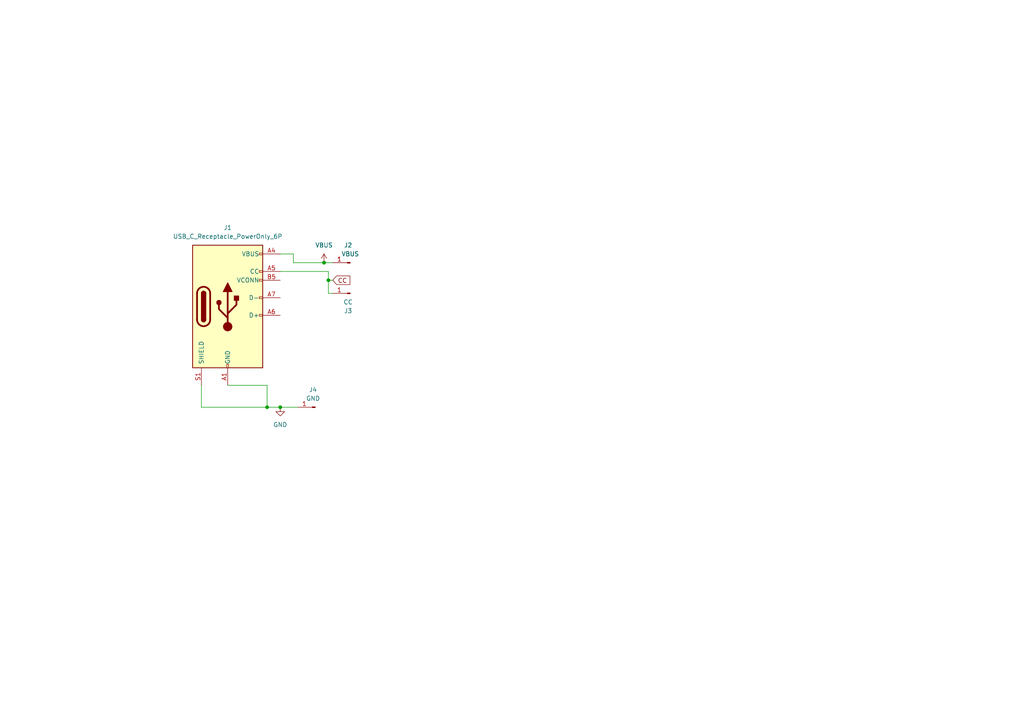
<source format=kicad_sch>
(kicad_sch (version 20230121) (generator eeschema)
  (paper "A4")
  (lib_symbols
    (symbol "Conn_01x01_Pin_1" (pin_names (offset 1.016) hide)
      (property "Reference" "J" (at 0 2.54 0))
      (property "Value" "Conn_01x01_Pin" (at 0 -2.54 0))
      (symbol "Conn_01x01_Pin_1_1_1"
        (polyline (pts (xy 1.27 0) (xy 0.8636 0)) (stroke (width 0.1524)))
        (rectangle (start 0.8636 0.127) (end 0 -0.127) (stroke (width 0.1524)) (fill (type outline)))
        (pin passive line (at 5.08 0 180) (length 3.81) (name "Pin_1") (number "1"))
      )
    )
    (symbol "Connector:Conn_01x01_Pin" (pin_names (offset 1.016) hide)
      (property "Reference" "J" (at 0 2.54 0))
      (property "Value" "Conn_01x01_Pin" (at 0 -2.54 0))
      (symbol "Conn_01x01_Pin_1_1"
        (polyline (pts (xy 1.27 0) (xy 0.8636 0)) (stroke (width 0.1524)))
        (rectangle (start 0.8636 0.127) (end 0 -0.127) (stroke (width 0.1524)) (fill (type outline)))
        (pin passive line (at 5.08 0 180) (length 3.81) (name "Pin_1") (number "1"))
      )
    )
    (symbol "Connector:USB_C_Plug_USB2.0" (pin_names (offset 1.016))
      (property "Reference" "P" (at -10.16 19.05 0))
      (property "Value" "USB_C_Plug_USB2.0" (at 12.7 19.05 0))
      (symbol "USB_C_Plug_USB2.0_0_0"
        (rectangle (start -0.254 -17.78) (end 0.254 -16.764))
        (rectangle (start 10.16 -2.286) (end 9.144 -2.794))
        (rectangle (start 10.16 2.794) (end 9.144 2.286))
        (rectangle (start 10.16 7.874) (end 9.144 7.366))
        (rectangle (start 10.16 10.414) (end 9.144 9.906))
        (rectangle (start 10.16 15.494) (end 9.144 14.986))
      )
      (symbol "USB_C_Plug_USB2.0_0_1"
        (rectangle (start -10.16 17.78) (end 10.16 -17.78) (stroke (width 0.254)) (fill (type background)))
        (arc (start -8.89 -3.81) (mid -6.985 -5.7067) (end -5.08 -3.81) (stroke (width 0.508)))
        (arc (start -7.62 -3.81) (mid -6.985 -4.4423) (end -6.35 -3.81) (stroke (width 0.254)))
        (arc (start -7.62 -3.81) (mid -6.985 -4.4423) (end -6.35 -3.81) (stroke (width 0.254)) (fill (type outline)))
        (rectangle (start -7.62 -3.81) (end -6.35 3.81) (stroke (width 0.254)) (fill (type outline)))
        (arc (start -6.35 3.81) (mid -6.985 4.4423) (end -7.62 3.81) (stroke (width 0.254)))
        (arc (start -6.35 3.81) (mid -6.985 4.4423) (end -7.62 3.81) (stroke (width 0.254)) (fill (type outline)))
        (arc (start -5.08 3.81) (mid -6.985 5.7067) (end -8.89 3.81) (stroke (width 0.508)))
        (circle (center -2.54 1.143) (radius 0.635) (stroke (width 0.254)) (fill (type outline)))
        (circle (center 0 -5.842) (radius 1.27) (fill (type outline)))
        (polyline (pts (xy -8.89 -3.81) (xy -8.89 3.81)) (stroke (width 0.508)))
        (polyline (pts (xy -5.08 3.81) (xy -5.08 -3.81)) (stroke (width 0.508)))
        (polyline (pts (xy 0 -5.842) (xy 0 4.318)) (stroke (width 0.508)))
        (polyline (pts (xy 0 -3.302) (xy -2.54 -0.762) (xy -2.54 0.508)) (stroke (width 0.508)))
        (polyline (pts (xy 0 -2.032) (xy 2.54 0.508) (xy 2.54 1.778)) (stroke (width 0.508)))
        (polyline (pts (xy -1.27 4.318) (xy 0 6.858) (xy 1.27 4.318) (xy -1.27 4.318)) (stroke (width 0.254)) (fill (type outline)))
        (rectangle (start 1.905 1.778) (end 3.175 3.048) (stroke (width 0.254)) (fill (type outline)))
      )
      (symbol "USB_C_Plug_USB2.0_1_1"
        (pin passive line (at 0 -22.86 90) (length 5.08) (name "GND") (number "A1"))
        (pin passive line (at 0 -22.86 90) (length 5.08) hide (name "GND") (number "A12"))
        (pin passive line (at 15.24 15.24 180) (length 5.08) (name "VBUS") (number "A4"))
        (pin bidirectional line (at 15.24 10.16 180) (length 5.08) (name "CC") (number "A5"))
        (pin bidirectional line (at 15.24 -2.54 180) (length 5.08) (name "D+") (number "A6"))
        (pin bidirectional line (at 15.24 2.54 180) (length 5.08) (name "D-") (number "A7"))
        (pin passive line (at 15.24 15.24 180) (length 5.08) hide (name "VBUS") (number "A9"))
        (pin passive line (at 0 -22.86 90) (length 5.08) hide (name "GND") (number "B1"))
        (pin passive line (at 0 -22.86 90) (length 5.08) hide (name "GND") (number "B12"))
        (pin passive line (at 15.24 15.24 180) (length 5.08) hide (name "VBUS") (number "B4"))
        (pin bidirectional line (at 15.24 7.62 180) (length 5.08) (name "VCONN") (number "B5"))
        (pin passive line (at 15.24 15.24 180) (length 5.08) hide (name "VBUS") (number "B9"))
        (pin passive line (at -7.62 -22.86 90) (length 5.08) (name "SHIELD") (number "S1"))
      )
    )
    (symbol "power:GND" (power) (pin_names (offset 0))
      (property "Value" "GND" (at 0 -3.81 0))
      (symbol "GND_0_1"
        (polyline (pts (xy 0 0) (xy 0 -1.27) (xy 1.27 -1.27) (xy 0 -2.54) (xy -1.27 -1.27) (xy 0 -1.27)))
      )
      (symbol "GND_1_1"
        (pin power_in line (at 0 0 270) (length 0) hide (name "GND") (number "1"))
      )
    )
    (symbol "power:VBUS" (power) (pin_names (offset 0))
      (property "Value" "VBUS" (at 0 3.81 0))
      (symbol "VBUS_0_1"
        (polyline (pts (xy -0.762 1.27) (xy 0 2.54)))
        (polyline (pts (xy 0 0) (xy 0 2.54)))
        (polyline (pts (xy 0 2.54) (xy 0.762 1.27)))
      )
      (symbol "VBUS_1_1"
        (pin power_in line (at 0 0 90) (length 0) hide (name "VBUS") (number "1"))
      )
    )
  )
  (junction (at 77.47 118.11))
  (junction (at 93.98 76.2))
  (junction (at 81.28 118.11))
  (junction (at 95.25 81.28))
  (wire (pts (xy 77.47 118.11) (xy 81.28 118.11)))
  (wire (pts (xy 77.47 118.11) (xy 77.47 111.76)))
  (wire (pts (xy 81.28 73.66) (xy 85.09 73.66)))
  (wire (pts (xy 95.25 81.28) (xy 95.25 85.09)))
  (wire (pts (xy 93.98 76.2) (xy 96.52 76.2)))
  (wire (pts (xy 95.25 78.74) (xy 95.25 81.28)))
  (wire (pts (xy 66.04 111.76) (xy 77.47 111.76)))
  (wire (pts (xy 95.25 85.09) (xy 96.52 85.09)))
  (wire (pts (xy 96.52 81.28) (xy 95.25 81.28)))
  (wire (pts (xy 85.09 73.66) (xy 85.09 76.2)))
  (wire (pts (xy 58.42 111.76) (xy 58.42 118.11)))
  (wire (pts (xy 58.42 118.11) (xy 77.47 118.11)))
  (wire (pts (xy 85.09 76.2) (xy 93.98 76.2)))
  (wire (pts (xy 81.28 118.11) (xy 86.36 118.11)))
  (wire (pts (xy 81.28 78.74) (xy 95.25 78.74)))
  (global_label "CC" (shape input) (at 96.52 81.28 0) (property "Intersheetrefs" "${INTERSHEET_REFS}" (effects hide)))
  (symbol (lib_id "Connector:Conn_01x01_Pin") (at 101.6 76.2 0) (mirror y) (unit 1)
    (property "Reference" "J2" (at 100.965 71.12 0))
    (property "Value" "VBUS" (at 101.6 73.66 0))
    (property "Footprint" "TestPoint:TestPoint_Pad_2.0x2.0mm" (effects hide))
  )
  (symbol (lib_id "Connector:USB_C_Plug_USB2.0") (at 66.04 88.9 0) (unit 1)
    (property "Reference" "J1" (at 66.04 66.04 0))
    (property "Value" "USB_C_Receptacle_PowerOnly_6P" (at 66.04 68.58 0))
    (property "Footprint" "Connector_USB:USB_C_Plug_JAE_DX07P024AJ1" (effects hide))
    (property "Datasheet" "https://www.usb.org/sites/default/files/documents/usb_type-c.zip" (effects hide))
  )
  (symbol (lib_id "power:VBUS") (at 93.98 76.2 0) (unit 1)
    (property "Reference" "#PWR01" (effects hide))
    (property "Value" "VBUS" (at 93.98 71.12 0))
  )
  (symbol (lib_id "power:GND") (at 81.28 118.11 0) (unit 1)
    (property "Reference" "#PWR02" (effects hide))
    (property "Value" "GND" (at 81.28 123.19 0))
  )
  (symbol (lib_name "Conn_01x01_Pin_1") (lib_id "Connector:Conn_01x01_Pin") (at 101.6 85.09 0) (mirror y) (unit 1)
    (property "Reference" "J3" (at 100.965 90.17 0))
    (property "Value" "CC" (at 100.965 87.63 0))
    (property "Footprint" "TestPoint:TestPoint_Pad_2.0x2.0mm" (effects hide))
  )
  (symbol (lib_id "Connector:Conn_01x01_Pin") (at 91.44 118.11 0) (mirror y) (unit 1)
    (property "Reference" "J4" (at 90.805 113.03 0))
    (property "Value" "GND" (at 90.805 115.57 0))
    (property "Footprint" "TestPoint:TestPoint_Pad_2.0x2.0mm" (effects hide))
  )
)
</source>
